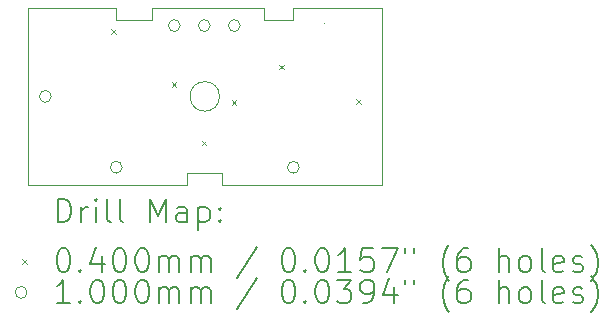
<source format=gbr>
%TF.GenerationSoftware,KiCad,Pcbnew,7.0.9*%
%TF.CreationDate,2024-03-13T02:42:56-05:00*%
%TF.ProjectId,MUX,4d55582e-6b69-4636-9164-5f7063625858,rev?*%
%TF.SameCoordinates,Original*%
%TF.FileFunction,Drillmap*%
%TF.FilePolarity,Positive*%
%FSLAX45Y45*%
G04 Gerber Fmt 4.5, Leading zero omitted, Abs format (unit mm)*
G04 Created by KiCad (PCBNEW 7.0.9) date 2024-03-13 02:42:56*
%MOMM*%
%LPD*%
G01*
G04 APERTURE LIST*
%ADD10C,0.100000*%
%ADD11C,0.200000*%
G04 APERTURE END LIST*
D10*
X16510000Y-8128000D02*
G75*
G03*
X16510000Y-8128000I0J0D01*
G01*
X15625000Y-8750000D02*
G75*
G03*
X15625000Y-8750000I-125000J0D01*
G01*
X14750000Y-8100000D02*
X15050000Y-8100000D01*
X15050000Y-8000000D01*
X16000000Y-8000000D01*
X16000000Y-8100000D01*
X16250000Y-8100000D01*
X16250000Y-8000000D01*
X17000000Y-8000000D01*
X17000000Y-9500000D01*
X15650000Y-9500000D01*
X15650000Y-9400000D01*
X15350000Y-9400000D01*
X15350000Y-9500000D01*
X14000000Y-9500000D01*
X14000000Y-8000000D01*
X14750000Y-8000000D01*
X14750000Y-8100000D01*
D11*
D10*
X14707407Y-8180000D02*
X14747407Y-8220000D01*
X14747407Y-8180000D02*
X14707407Y-8220000D01*
X15220000Y-8630000D02*
X15260000Y-8670000D01*
X15260000Y-8630000D02*
X15220000Y-8670000D01*
X15474000Y-9124000D02*
X15514000Y-9164000D01*
X15514000Y-9124000D02*
X15474000Y-9164000D01*
X15728000Y-8780000D02*
X15768000Y-8820000D01*
X15768000Y-8780000D02*
X15728000Y-8820000D01*
X16130000Y-8480000D02*
X16170000Y-8520000D01*
X16170000Y-8480000D02*
X16130000Y-8520000D01*
X16780000Y-8773564D02*
X16820000Y-8813564D01*
X16820000Y-8773564D02*
X16780000Y-8813564D01*
X14200000Y-8750000D02*
G75*
G03*
X14200000Y-8750000I-50000J0D01*
G01*
X14800000Y-9350000D02*
G75*
G03*
X14800000Y-9350000I-50000J0D01*
G01*
X15292000Y-8150000D02*
G75*
G03*
X15292000Y-8150000I-50000J0D01*
G01*
X15546000Y-8150000D02*
G75*
G03*
X15546000Y-8150000I-50000J0D01*
G01*
X15800000Y-8150000D02*
G75*
G03*
X15800000Y-8150000I-50000J0D01*
G01*
X16300000Y-9350000D02*
G75*
G03*
X16300000Y-9350000I-50000J0D01*
G01*
D11*
X14255777Y-9816484D02*
X14255777Y-9616484D01*
X14255777Y-9616484D02*
X14303396Y-9616484D01*
X14303396Y-9616484D02*
X14331967Y-9626008D01*
X14331967Y-9626008D02*
X14351015Y-9645055D01*
X14351015Y-9645055D02*
X14360539Y-9664103D01*
X14360539Y-9664103D02*
X14370062Y-9702198D01*
X14370062Y-9702198D02*
X14370062Y-9730770D01*
X14370062Y-9730770D02*
X14360539Y-9768865D01*
X14360539Y-9768865D02*
X14351015Y-9787912D01*
X14351015Y-9787912D02*
X14331967Y-9806960D01*
X14331967Y-9806960D02*
X14303396Y-9816484D01*
X14303396Y-9816484D02*
X14255777Y-9816484D01*
X14455777Y-9816484D02*
X14455777Y-9683150D01*
X14455777Y-9721246D02*
X14465301Y-9702198D01*
X14465301Y-9702198D02*
X14474824Y-9692674D01*
X14474824Y-9692674D02*
X14493872Y-9683150D01*
X14493872Y-9683150D02*
X14512920Y-9683150D01*
X14579586Y-9816484D02*
X14579586Y-9683150D01*
X14579586Y-9616484D02*
X14570062Y-9626008D01*
X14570062Y-9626008D02*
X14579586Y-9635531D01*
X14579586Y-9635531D02*
X14589110Y-9626008D01*
X14589110Y-9626008D02*
X14579586Y-9616484D01*
X14579586Y-9616484D02*
X14579586Y-9635531D01*
X14703396Y-9816484D02*
X14684348Y-9806960D01*
X14684348Y-9806960D02*
X14674824Y-9787912D01*
X14674824Y-9787912D02*
X14674824Y-9616484D01*
X14808158Y-9816484D02*
X14789110Y-9806960D01*
X14789110Y-9806960D02*
X14779586Y-9787912D01*
X14779586Y-9787912D02*
X14779586Y-9616484D01*
X15036729Y-9816484D02*
X15036729Y-9616484D01*
X15036729Y-9616484D02*
X15103396Y-9759341D01*
X15103396Y-9759341D02*
X15170062Y-9616484D01*
X15170062Y-9616484D02*
X15170062Y-9816484D01*
X15351015Y-9816484D02*
X15351015Y-9711722D01*
X15351015Y-9711722D02*
X15341491Y-9692674D01*
X15341491Y-9692674D02*
X15322443Y-9683150D01*
X15322443Y-9683150D02*
X15284348Y-9683150D01*
X15284348Y-9683150D02*
X15265301Y-9692674D01*
X15351015Y-9806960D02*
X15331967Y-9816484D01*
X15331967Y-9816484D02*
X15284348Y-9816484D01*
X15284348Y-9816484D02*
X15265301Y-9806960D01*
X15265301Y-9806960D02*
X15255777Y-9787912D01*
X15255777Y-9787912D02*
X15255777Y-9768865D01*
X15255777Y-9768865D02*
X15265301Y-9749817D01*
X15265301Y-9749817D02*
X15284348Y-9740293D01*
X15284348Y-9740293D02*
X15331967Y-9740293D01*
X15331967Y-9740293D02*
X15351015Y-9730770D01*
X15446253Y-9683150D02*
X15446253Y-9883150D01*
X15446253Y-9692674D02*
X15465301Y-9683150D01*
X15465301Y-9683150D02*
X15503396Y-9683150D01*
X15503396Y-9683150D02*
X15522443Y-9692674D01*
X15522443Y-9692674D02*
X15531967Y-9702198D01*
X15531967Y-9702198D02*
X15541491Y-9721246D01*
X15541491Y-9721246D02*
X15541491Y-9778389D01*
X15541491Y-9778389D02*
X15531967Y-9797436D01*
X15531967Y-9797436D02*
X15522443Y-9806960D01*
X15522443Y-9806960D02*
X15503396Y-9816484D01*
X15503396Y-9816484D02*
X15465301Y-9816484D01*
X15465301Y-9816484D02*
X15446253Y-9806960D01*
X15627205Y-9797436D02*
X15636729Y-9806960D01*
X15636729Y-9806960D02*
X15627205Y-9816484D01*
X15627205Y-9816484D02*
X15617682Y-9806960D01*
X15617682Y-9806960D02*
X15627205Y-9797436D01*
X15627205Y-9797436D02*
X15627205Y-9816484D01*
X15627205Y-9692674D02*
X15636729Y-9702198D01*
X15636729Y-9702198D02*
X15627205Y-9711722D01*
X15627205Y-9711722D02*
X15617682Y-9702198D01*
X15617682Y-9702198D02*
X15627205Y-9692674D01*
X15627205Y-9692674D02*
X15627205Y-9711722D01*
D10*
X13955000Y-10125000D02*
X13995000Y-10165000D01*
X13995000Y-10125000D02*
X13955000Y-10165000D01*
D11*
X14293872Y-10036484D02*
X14312920Y-10036484D01*
X14312920Y-10036484D02*
X14331967Y-10046008D01*
X14331967Y-10046008D02*
X14341491Y-10055531D01*
X14341491Y-10055531D02*
X14351015Y-10074579D01*
X14351015Y-10074579D02*
X14360539Y-10112674D01*
X14360539Y-10112674D02*
X14360539Y-10160293D01*
X14360539Y-10160293D02*
X14351015Y-10198389D01*
X14351015Y-10198389D02*
X14341491Y-10217436D01*
X14341491Y-10217436D02*
X14331967Y-10226960D01*
X14331967Y-10226960D02*
X14312920Y-10236484D01*
X14312920Y-10236484D02*
X14293872Y-10236484D01*
X14293872Y-10236484D02*
X14274824Y-10226960D01*
X14274824Y-10226960D02*
X14265301Y-10217436D01*
X14265301Y-10217436D02*
X14255777Y-10198389D01*
X14255777Y-10198389D02*
X14246253Y-10160293D01*
X14246253Y-10160293D02*
X14246253Y-10112674D01*
X14246253Y-10112674D02*
X14255777Y-10074579D01*
X14255777Y-10074579D02*
X14265301Y-10055531D01*
X14265301Y-10055531D02*
X14274824Y-10046008D01*
X14274824Y-10046008D02*
X14293872Y-10036484D01*
X14446253Y-10217436D02*
X14455777Y-10226960D01*
X14455777Y-10226960D02*
X14446253Y-10236484D01*
X14446253Y-10236484D02*
X14436729Y-10226960D01*
X14436729Y-10226960D02*
X14446253Y-10217436D01*
X14446253Y-10217436D02*
X14446253Y-10236484D01*
X14627205Y-10103150D02*
X14627205Y-10236484D01*
X14579586Y-10026960D02*
X14531967Y-10169817D01*
X14531967Y-10169817D02*
X14655777Y-10169817D01*
X14770062Y-10036484D02*
X14789110Y-10036484D01*
X14789110Y-10036484D02*
X14808158Y-10046008D01*
X14808158Y-10046008D02*
X14817682Y-10055531D01*
X14817682Y-10055531D02*
X14827205Y-10074579D01*
X14827205Y-10074579D02*
X14836729Y-10112674D01*
X14836729Y-10112674D02*
X14836729Y-10160293D01*
X14836729Y-10160293D02*
X14827205Y-10198389D01*
X14827205Y-10198389D02*
X14817682Y-10217436D01*
X14817682Y-10217436D02*
X14808158Y-10226960D01*
X14808158Y-10226960D02*
X14789110Y-10236484D01*
X14789110Y-10236484D02*
X14770062Y-10236484D01*
X14770062Y-10236484D02*
X14751015Y-10226960D01*
X14751015Y-10226960D02*
X14741491Y-10217436D01*
X14741491Y-10217436D02*
X14731967Y-10198389D01*
X14731967Y-10198389D02*
X14722443Y-10160293D01*
X14722443Y-10160293D02*
X14722443Y-10112674D01*
X14722443Y-10112674D02*
X14731967Y-10074579D01*
X14731967Y-10074579D02*
X14741491Y-10055531D01*
X14741491Y-10055531D02*
X14751015Y-10046008D01*
X14751015Y-10046008D02*
X14770062Y-10036484D01*
X14960539Y-10036484D02*
X14979586Y-10036484D01*
X14979586Y-10036484D02*
X14998634Y-10046008D01*
X14998634Y-10046008D02*
X15008158Y-10055531D01*
X15008158Y-10055531D02*
X15017682Y-10074579D01*
X15017682Y-10074579D02*
X15027205Y-10112674D01*
X15027205Y-10112674D02*
X15027205Y-10160293D01*
X15027205Y-10160293D02*
X15017682Y-10198389D01*
X15017682Y-10198389D02*
X15008158Y-10217436D01*
X15008158Y-10217436D02*
X14998634Y-10226960D01*
X14998634Y-10226960D02*
X14979586Y-10236484D01*
X14979586Y-10236484D02*
X14960539Y-10236484D01*
X14960539Y-10236484D02*
X14941491Y-10226960D01*
X14941491Y-10226960D02*
X14931967Y-10217436D01*
X14931967Y-10217436D02*
X14922443Y-10198389D01*
X14922443Y-10198389D02*
X14912920Y-10160293D01*
X14912920Y-10160293D02*
X14912920Y-10112674D01*
X14912920Y-10112674D02*
X14922443Y-10074579D01*
X14922443Y-10074579D02*
X14931967Y-10055531D01*
X14931967Y-10055531D02*
X14941491Y-10046008D01*
X14941491Y-10046008D02*
X14960539Y-10036484D01*
X15112920Y-10236484D02*
X15112920Y-10103150D01*
X15112920Y-10122198D02*
X15122443Y-10112674D01*
X15122443Y-10112674D02*
X15141491Y-10103150D01*
X15141491Y-10103150D02*
X15170063Y-10103150D01*
X15170063Y-10103150D02*
X15189110Y-10112674D01*
X15189110Y-10112674D02*
X15198634Y-10131722D01*
X15198634Y-10131722D02*
X15198634Y-10236484D01*
X15198634Y-10131722D02*
X15208158Y-10112674D01*
X15208158Y-10112674D02*
X15227205Y-10103150D01*
X15227205Y-10103150D02*
X15255777Y-10103150D01*
X15255777Y-10103150D02*
X15274824Y-10112674D01*
X15274824Y-10112674D02*
X15284348Y-10131722D01*
X15284348Y-10131722D02*
X15284348Y-10236484D01*
X15379586Y-10236484D02*
X15379586Y-10103150D01*
X15379586Y-10122198D02*
X15389110Y-10112674D01*
X15389110Y-10112674D02*
X15408158Y-10103150D01*
X15408158Y-10103150D02*
X15436729Y-10103150D01*
X15436729Y-10103150D02*
X15455777Y-10112674D01*
X15455777Y-10112674D02*
X15465301Y-10131722D01*
X15465301Y-10131722D02*
X15465301Y-10236484D01*
X15465301Y-10131722D02*
X15474824Y-10112674D01*
X15474824Y-10112674D02*
X15493872Y-10103150D01*
X15493872Y-10103150D02*
X15522443Y-10103150D01*
X15522443Y-10103150D02*
X15541491Y-10112674D01*
X15541491Y-10112674D02*
X15551015Y-10131722D01*
X15551015Y-10131722D02*
X15551015Y-10236484D01*
X15941491Y-10026960D02*
X15770063Y-10284103D01*
X16198634Y-10036484D02*
X16217682Y-10036484D01*
X16217682Y-10036484D02*
X16236729Y-10046008D01*
X16236729Y-10046008D02*
X16246253Y-10055531D01*
X16246253Y-10055531D02*
X16255777Y-10074579D01*
X16255777Y-10074579D02*
X16265301Y-10112674D01*
X16265301Y-10112674D02*
X16265301Y-10160293D01*
X16265301Y-10160293D02*
X16255777Y-10198389D01*
X16255777Y-10198389D02*
X16246253Y-10217436D01*
X16246253Y-10217436D02*
X16236729Y-10226960D01*
X16236729Y-10226960D02*
X16217682Y-10236484D01*
X16217682Y-10236484D02*
X16198634Y-10236484D01*
X16198634Y-10236484D02*
X16179586Y-10226960D01*
X16179586Y-10226960D02*
X16170063Y-10217436D01*
X16170063Y-10217436D02*
X16160539Y-10198389D01*
X16160539Y-10198389D02*
X16151015Y-10160293D01*
X16151015Y-10160293D02*
X16151015Y-10112674D01*
X16151015Y-10112674D02*
X16160539Y-10074579D01*
X16160539Y-10074579D02*
X16170063Y-10055531D01*
X16170063Y-10055531D02*
X16179586Y-10046008D01*
X16179586Y-10046008D02*
X16198634Y-10036484D01*
X16351015Y-10217436D02*
X16360539Y-10226960D01*
X16360539Y-10226960D02*
X16351015Y-10236484D01*
X16351015Y-10236484D02*
X16341491Y-10226960D01*
X16341491Y-10226960D02*
X16351015Y-10217436D01*
X16351015Y-10217436D02*
X16351015Y-10236484D01*
X16484348Y-10036484D02*
X16503396Y-10036484D01*
X16503396Y-10036484D02*
X16522444Y-10046008D01*
X16522444Y-10046008D02*
X16531967Y-10055531D01*
X16531967Y-10055531D02*
X16541491Y-10074579D01*
X16541491Y-10074579D02*
X16551015Y-10112674D01*
X16551015Y-10112674D02*
X16551015Y-10160293D01*
X16551015Y-10160293D02*
X16541491Y-10198389D01*
X16541491Y-10198389D02*
X16531967Y-10217436D01*
X16531967Y-10217436D02*
X16522444Y-10226960D01*
X16522444Y-10226960D02*
X16503396Y-10236484D01*
X16503396Y-10236484D02*
X16484348Y-10236484D01*
X16484348Y-10236484D02*
X16465301Y-10226960D01*
X16465301Y-10226960D02*
X16455777Y-10217436D01*
X16455777Y-10217436D02*
X16446253Y-10198389D01*
X16446253Y-10198389D02*
X16436729Y-10160293D01*
X16436729Y-10160293D02*
X16436729Y-10112674D01*
X16436729Y-10112674D02*
X16446253Y-10074579D01*
X16446253Y-10074579D02*
X16455777Y-10055531D01*
X16455777Y-10055531D02*
X16465301Y-10046008D01*
X16465301Y-10046008D02*
X16484348Y-10036484D01*
X16741491Y-10236484D02*
X16627206Y-10236484D01*
X16684348Y-10236484D02*
X16684348Y-10036484D01*
X16684348Y-10036484D02*
X16665301Y-10065055D01*
X16665301Y-10065055D02*
X16646253Y-10084103D01*
X16646253Y-10084103D02*
X16627206Y-10093627D01*
X16922444Y-10036484D02*
X16827206Y-10036484D01*
X16827206Y-10036484D02*
X16817682Y-10131722D01*
X16817682Y-10131722D02*
X16827206Y-10122198D01*
X16827206Y-10122198D02*
X16846253Y-10112674D01*
X16846253Y-10112674D02*
X16893872Y-10112674D01*
X16893872Y-10112674D02*
X16912920Y-10122198D01*
X16912920Y-10122198D02*
X16922444Y-10131722D01*
X16922444Y-10131722D02*
X16931968Y-10150770D01*
X16931968Y-10150770D02*
X16931968Y-10198389D01*
X16931968Y-10198389D02*
X16922444Y-10217436D01*
X16922444Y-10217436D02*
X16912920Y-10226960D01*
X16912920Y-10226960D02*
X16893872Y-10236484D01*
X16893872Y-10236484D02*
X16846253Y-10236484D01*
X16846253Y-10236484D02*
X16827206Y-10226960D01*
X16827206Y-10226960D02*
X16817682Y-10217436D01*
X16998634Y-10036484D02*
X17131968Y-10036484D01*
X17131968Y-10036484D02*
X17046253Y-10236484D01*
X17198634Y-10036484D02*
X17198634Y-10074579D01*
X17274825Y-10036484D02*
X17274825Y-10074579D01*
X17570063Y-10312674D02*
X17560539Y-10303150D01*
X17560539Y-10303150D02*
X17541491Y-10274579D01*
X17541491Y-10274579D02*
X17531968Y-10255531D01*
X17531968Y-10255531D02*
X17522444Y-10226960D01*
X17522444Y-10226960D02*
X17512920Y-10179341D01*
X17512920Y-10179341D02*
X17512920Y-10141246D01*
X17512920Y-10141246D02*
X17522444Y-10093627D01*
X17522444Y-10093627D02*
X17531968Y-10065055D01*
X17531968Y-10065055D02*
X17541491Y-10046008D01*
X17541491Y-10046008D02*
X17560539Y-10017436D01*
X17560539Y-10017436D02*
X17570063Y-10007912D01*
X17731968Y-10036484D02*
X17693872Y-10036484D01*
X17693872Y-10036484D02*
X17674825Y-10046008D01*
X17674825Y-10046008D02*
X17665301Y-10055531D01*
X17665301Y-10055531D02*
X17646253Y-10084103D01*
X17646253Y-10084103D02*
X17636730Y-10122198D01*
X17636730Y-10122198D02*
X17636730Y-10198389D01*
X17636730Y-10198389D02*
X17646253Y-10217436D01*
X17646253Y-10217436D02*
X17655777Y-10226960D01*
X17655777Y-10226960D02*
X17674825Y-10236484D01*
X17674825Y-10236484D02*
X17712920Y-10236484D01*
X17712920Y-10236484D02*
X17731968Y-10226960D01*
X17731968Y-10226960D02*
X17741491Y-10217436D01*
X17741491Y-10217436D02*
X17751015Y-10198389D01*
X17751015Y-10198389D02*
X17751015Y-10150770D01*
X17751015Y-10150770D02*
X17741491Y-10131722D01*
X17741491Y-10131722D02*
X17731968Y-10122198D01*
X17731968Y-10122198D02*
X17712920Y-10112674D01*
X17712920Y-10112674D02*
X17674825Y-10112674D01*
X17674825Y-10112674D02*
X17655777Y-10122198D01*
X17655777Y-10122198D02*
X17646253Y-10131722D01*
X17646253Y-10131722D02*
X17636730Y-10150770D01*
X17989111Y-10236484D02*
X17989111Y-10036484D01*
X18074825Y-10236484D02*
X18074825Y-10131722D01*
X18074825Y-10131722D02*
X18065301Y-10112674D01*
X18065301Y-10112674D02*
X18046253Y-10103150D01*
X18046253Y-10103150D02*
X18017682Y-10103150D01*
X18017682Y-10103150D02*
X17998634Y-10112674D01*
X17998634Y-10112674D02*
X17989111Y-10122198D01*
X18198634Y-10236484D02*
X18179587Y-10226960D01*
X18179587Y-10226960D02*
X18170063Y-10217436D01*
X18170063Y-10217436D02*
X18160539Y-10198389D01*
X18160539Y-10198389D02*
X18160539Y-10141246D01*
X18160539Y-10141246D02*
X18170063Y-10122198D01*
X18170063Y-10122198D02*
X18179587Y-10112674D01*
X18179587Y-10112674D02*
X18198634Y-10103150D01*
X18198634Y-10103150D02*
X18227206Y-10103150D01*
X18227206Y-10103150D02*
X18246253Y-10112674D01*
X18246253Y-10112674D02*
X18255777Y-10122198D01*
X18255777Y-10122198D02*
X18265301Y-10141246D01*
X18265301Y-10141246D02*
X18265301Y-10198389D01*
X18265301Y-10198389D02*
X18255777Y-10217436D01*
X18255777Y-10217436D02*
X18246253Y-10226960D01*
X18246253Y-10226960D02*
X18227206Y-10236484D01*
X18227206Y-10236484D02*
X18198634Y-10236484D01*
X18379587Y-10236484D02*
X18360539Y-10226960D01*
X18360539Y-10226960D02*
X18351015Y-10207912D01*
X18351015Y-10207912D02*
X18351015Y-10036484D01*
X18531968Y-10226960D02*
X18512920Y-10236484D01*
X18512920Y-10236484D02*
X18474825Y-10236484D01*
X18474825Y-10236484D02*
X18455777Y-10226960D01*
X18455777Y-10226960D02*
X18446253Y-10207912D01*
X18446253Y-10207912D02*
X18446253Y-10131722D01*
X18446253Y-10131722D02*
X18455777Y-10112674D01*
X18455777Y-10112674D02*
X18474825Y-10103150D01*
X18474825Y-10103150D02*
X18512920Y-10103150D01*
X18512920Y-10103150D02*
X18531968Y-10112674D01*
X18531968Y-10112674D02*
X18541492Y-10131722D01*
X18541492Y-10131722D02*
X18541492Y-10150770D01*
X18541492Y-10150770D02*
X18446253Y-10169817D01*
X18617682Y-10226960D02*
X18636730Y-10236484D01*
X18636730Y-10236484D02*
X18674825Y-10236484D01*
X18674825Y-10236484D02*
X18693873Y-10226960D01*
X18693873Y-10226960D02*
X18703396Y-10207912D01*
X18703396Y-10207912D02*
X18703396Y-10198389D01*
X18703396Y-10198389D02*
X18693873Y-10179341D01*
X18693873Y-10179341D02*
X18674825Y-10169817D01*
X18674825Y-10169817D02*
X18646253Y-10169817D01*
X18646253Y-10169817D02*
X18627206Y-10160293D01*
X18627206Y-10160293D02*
X18617682Y-10141246D01*
X18617682Y-10141246D02*
X18617682Y-10131722D01*
X18617682Y-10131722D02*
X18627206Y-10112674D01*
X18627206Y-10112674D02*
X18646253Y-10103150D01*
X18646253Y-10103150D02*
X18674825Y-10103150D01*
X18674825Y-10103150D02*
X18693873Y-10112674D01*
X18770063Y-10312674D02*
X18779587Y-10303150D01*
X18779587Y-10303150D02*
X18798634Y-10274579D01*
X18798634Y-10274579D02*
X18808158Y-10255531D01*
X18808158Y-10255531D02*
X18817682Y-10226960D01*
X18817682Y-10226960D02*
X18827206Y-10179341D01*
X18827206Y-10179341D02*
X18827206Y-10141246D01*
X18827206Y-10141246D02*
X18817682Y-10093627D01*
X18817682Y-10093627D02*
X18808158Y-10065055D01*
X18808158Y-10065055D02*
X18798634Y-10046008D01*
X18798634Y-10046008D02*
X18779587Y-10017436D01*
X18779587Y-10017436D02*
X18770063Y-10007912D01*
D10*
X13995000Y-10409000D02*
G75*
G03*
X13995000Y-10409000I-50000J0D01*
G01*
D11*
X14360539Y-10500484D02*
X14246253Y-10500484D01*
X14303396Y-10500484D02*
X14303396Y-10300484D01*
X14303396Y-10300484D02*
X14284348Y-10329055D01*
X14284348Y-10329055D02*
X14265301Y-10348103D01*
X14265301Y-10348103D02*
X14246253Y-10357627D01*
X14446253Y-10481436D02*
X14455777Y-10490960D01*
X14455777Y-10490960D02*
X14446253Y-10500484D01*
X14446253Y-10500484D02*
X14436729Y-10490960D01*
X14436729Y-10490960D02*
X14446253Y-10481436D01*
X14446253Y-10481436D02*
X14446253Y-10500484D01*
X14579586Y-10300484D02*
X14598634Y-10300484D01*
X14598634Y-10300484D02*
X14617682Y-10310008D01*
X14617682Y-10310008D02*
X14627205Y-10319531D01*
X14627205Y-10319531D02*
X14636729Y-10338579D01*
X14636729Y-10338579D02*
X14646253Y-10376674D01*
X14646253Y-10376674D02*
X14646253Y-10424293D01*
X14646253Y-10424293D02*
X14636729Y-10462389D01*
X14636729Y-10462389D02*
X14627205Y-10481436D01*
X14627205Y-10481436D02*
X14617682Y-10490960D01*
X14617682Y-10490960D02*
X14598634Y-10500484D01*
X14598634Y-10500484D02*
X14579586Y-10500484D01*
X14579586Y-10500484D02*
X14560539Y-10490960D01*
X14560539Y-10490960D02*
X14551015Y-10481436D01*
X14551015Y-10481436D02*
X14541491Y-10462389D01*
X14541491Y-10462389D02*
X14531967Y-10424293D01*
X14531967Y-10424293D02*
X14531967Y-10376674D01*
X14531967Y-10376674D02*
X14541491Y-10338579D01*
X14541491Y-10338579D02*
X14551015Y-10319531D01*
X14551015Y-10319531D02*
X14560539Y-10310008D01*
X14560539Y-10310008D02*
X14579586Y-10300484D01*
X14770062Y-10300484D02*
X14789110Y-10300484D01*
X14789110Y-10300484D02*
X14808158Y-10310008D01*
X14808158Y-10310008D02*
X14817682Y-10319531D01*
X14817682Y-10319531D02*
X14827205Y-10338579D01*
X14827205Y-10338579D02*
X14836729Y-10376674D01*
X14836729Y-10376674D02*
X14836729Y-10424293D01*
X14836729Y-10424293D02*
X14827205Y-10462389D01*
X14827205Y-10462389D02*
X14817682Y-10481436D01*
X14817682Y-10481436D02*
X14808158Y-10490960D01*
X14808158Y-10490960D02*
X14789110Y-10500484D01*
X14789110Y-10500484D02*
X14770062Y-10500484D01*
X14770062Y-10500484D02*
X14751015Y-10490960D01*
X14751015Y-10490960D02*
X14741491Y-10481436D01*
X14741491Y-10481436D02*
X14731967Y-10462389D01*
X14731967Y-10462389D02*
X14722443Y-10424293D01*
X14722443Y-10424293D02*
X14722443Y-10376674D01*
X14722443Y-10376674D02*
X14731967Y-10338579D01*
X14731967Y-10338579D02*
X14741491Y-10319531D01*
X14741491Y-10319531D02*
X14751015Y-10310008D01*
X14751015Y-10310008D02*
X14770062Y-10300484D01*
X14960539Y-10300484D02*
X14979586Y-10300484D01*
X14979586Y-10300484D02*
X14998634Y-10310008D01*
X14998634Y-10310008D02*
X15008158Y-10319531D01*
X15008158Y-10319531D02*
X15017682Y-10338579D01*
X15017682Y-10338579D02*
X15027205Y-10376674D01*
X15027205Y-10376674D02*
X15027205Y-10424293D01*
X15027205Y-10424293D02*
X15017682Y-10462389D01*
X15017682Y-10462389D02*
X15008158Y-10481436D01*
X15008158Y-10481436D02*
X14998634Y-10490960D01*
X14998634Y-10490960D02*
X14979586Y-10500484D01*
X14979586Y-10500484D02*
X14960539Y-10500484D01*
X14960539Y-10500484D02*
X14941491Y-10490960D01*
X14941491Y-10490960D02*
X14931967Y-10481436D01*
X14931967Y-10481436D02*
X14922443Y-10462389D01*
X14922443Y-10462389D02*
X14912920Y-10424293D01*
X14912920Y-10424293D02*
X14912920Y-10376674D01*
X14912920Y-10376674D02*
X14922443Y-10338579D01*
X14922443Y-10338579D02*
X14931967Y-10319531D01*
X14931967Y-10319531D02*
X14941491Y-10310008D01*
X14941491Y-10310008D02*
X14960539Y-10300484D01*
X15112920Y-10500484D02*
X15112920Y-10367150D01*
X15112920Y-10386198D02*
X15122443Y-10376674D01*
X15122443Y-10376674D02*
X15141491Y-10367150D01*
X15141491Y-10367150D02*
X15170063Y-10367150D01*
X15170063Y-10367150D02*
X15189110Y-10376674D01*
X15189110Y-10376674D02*
X15198634Y-10395722D01*
X15198634Y-10395722D02*
X15198634Y-10500484D01*
X15198634Y-10395722D02*
X15208158Y-10376674D01*
X15208158Y-10376674D02*
X15227205Y-10367150D01*
X15227205Y-10367150D02*
X15255777Y-10367150D01*
X15255777Y-10367150D02*
X15274824Y-10376674D01*
X15274824Y-10376674D02*
X15284348Y-10395722D01*
X15284348Y-10395722D02*
X15284348Y-10500484D01*
X15379586Y-10500484D02*
X15379586Y-10367150D01*
X15379586Y-10386198D02*
X15389110Y-10376674D01*
X15389110Y-10376674D02*
X15408158Y-10367150D01*
X15408158Y-10367150D02*
X15436729Y-10367150D01*
X15436729Y-10367150D02*
X15455777Y-10376674D01*
X15455777Y-10376674D02*
X15465301Y-10395722D01*
X15465301Y-10395722D02*
X15465301Y-10500484D01*
X15465301Y-10395722D02*
X15474824Y-10376674D01*
X15474824Y-10376674D02*
X15493872Y-10367150D01*
X15493872Y-10367150D02*
X15522443Y-10367150D01*
X15522443Y-10367150D02*
X15541491Y-10376674D01*
X15541491Y-10376674D02*
X15551015Y-10395722D01*
X15551015Y-10395722D02*
X15551015Y-10500484D01*
X15941491Y-10290960D02*
X15770063Y-10548103D01*
X16198634Y-10300484D02*
X16217682Y-10300484D01*
X16217682Y-10300484D02*
X16236729Y-10310008D01*
X16236729Y-10310008D02*
X16246253Y-10319531D01*
X16246253Y-10319531D02*
X16255777Y-10338579D01*
X16255777Y-10338579D02*
X16265301Y-10376674D01*
X16265301Y-10376674D02*
X16265301Y-10424293D01*
X16265301Y-10424293D02*
X16255777Y-10462389D01*
X16255777Y-10462389D02*
X16246253Y-10481436D01*
X16246253Y-10481436D02*
X16236729Y-10490960D01*
X16236729Y-10490960D02*
X16217682Y-10500484D01*
X16217682Y-10500484D02*
X16198634Y-10500484D01*
X16198634Y-10500484D02*
X16179586Y-10490960D01*
X16179586Y-10490960D02*
X16170063Y-10481436D01*
X16170063Y-10481436D02*
X16160539Y-10462389D01*
X16160539Y-10462389D02*
X16151015Y-10424293D01*
X16151015Y-10424293D02*
X16151015Y-10376674D01*
X16151015Y-10376674D02*
X16160539Y-10338579D01*
X16160539Y-10338579D02*
X16170063Y-10319531D01*
X16170063Y-10319531D02*
X16179586Y-10310008D01*
X16179586Y-10310008D02*
X16198634Y-10300484D01*
X16351015Y-10481436D02*
X16360539Y-10490960D01*
X16360539Y-10490960D02*
X16351015Y-10500484D01*
X16351015Y-10500484D02*
X16341491Y-10490960D01*
X16341491Y-10490960D02*
X16351015Y-10481436D01*
X16351015Y-10481436D02*
X16351015Y-10500484D01*
X16484348Y-10300484D02*
X16503396Y-10300484D01*
X16503396Y-10300484D02*
X16522444Y-10310008D01*
X16522444Y-10310008D02*
X16531967Y-10319531D01*
X16531967Y-10319531D02*
X16541491Y-10338579D01*
X16541491Y-10338579D02*
X16551015Y-10376674D01*
X16551015Y-10376674D02*
X16551015Y-10424293D01*
X16551015Y-10424293D02*
X16541491Y-10462389D01*
X16541491Y-10462389D02*
X16531967Y-10481436D01*
X16531967Y-10481436D02*
X16522444Y-10490960D01*
X16522444Y-10490960D02*
X16503396Y-10500484D01*
X16503396Y-10500484D02*
X16484348Y-10500484D01*
X16484348Y-10500484D02*
X16465301Y-10490960D01*
X16465301Y-10490960D02*
X16455777Y-10481436D01*
X16455777Y-10481436D02*
X16446253Y-10462389D01*
X16446253Y-10462389D02*
X16436729Y-10424293D01*
X16436729Y-10424293D02*
X16436729Y-10376674D01*
X16436729Y-10376674D02*
X16446253Y-10338579D01*
X16446253Y-10338579D02*
X16455777Y-10319531D01*
X16455777Y-10319531D02*
X16465301Y-10310008D01*
X16465301Y-10310008D02*
X16484348Y-10300484D01*
X16617682Y-10300484D02*
X16741491Y-10300484D01*
X16741491Y-10300484D02*
X16674825Y-10376674D01*
X16674825Y-10376674D02*
X16703396Y-10376674D01*
X16703396Y-10376674D02*
X16722444Y-10386198D01*
X16722444Y-10386198D02*
X16731967Y-10395722D01*
X16731967Y-10395722D02*
X16741491Y-10414770D01*
X16741491Y-10414770D02*
X16741491Y-10462389D01*
X16741491Y-10462389D02*
X16731967Y-10481436D01*
X16731967Y-10481436D02*
X16722444Y-10490960D01*
X16722444Y-10490960D02*
X16703396Y-10500484D01*
X16703396Y-10500484D02*
X16646253Y-10500484D01*
X16646253Y-10500484D02*
X16627206Y-10490960D01*
X16627206Y-10490960D02*
X16617682Y-10481436D01*
X16836729Y-10500484D02*
X16874825Y-10500484D01*
X16874825Y-10500484D02*
X16893872Y-10490960D01*
X16893872Y-10490960D02*
X16903396Y-10481436D01*
X16903396Y-10481436D02*
X16922444Y-10452865D01*
X16922444Y-10452865D02*
X16931968Y-10414770D01*
X16931968Y-10414770D02*
X16931968Y-10338579D01*
X16931968Y-10338579D02*
X16922444Y-10319531D01*
X16922444Y-10319531D02*
X16912920Y-10310008D01*
X16912920Y-10310008D02*
X16893872Y-10300484D01*
X16893872Y-10300484D02*
X16855777Y-10300484D01*
X16855777Y-10300484D02*
X16836729Y-10310008D01*
X16836729Y-10310008D02*
X16827206Y-10319531D01*
X16827206Y-10319531D02*
X16817682Y-10338579D01*
X16817682Y-10338579D02*
X16817682Y-10386198D01*
X16817682Y-10386198D02*
X16827206Y-10405246D01*
X16827206Y-10405246D02*
X16836729Y-10414770D01*
X16836729Y-10414770D02*
X16855777Y-10424293D01*
X16855777Y-10424293D02*
X16893872Y-10424293D01*
X16893872Y-10424293D02*
X16912920Y-10414770D01*
X16912920Y-10414770D02*
X16922444Y-10405246D01*
X16922444Y-10405246D02*
X16931968Y-10386198D01*
X17103396Y-10367150D02*
X17103396Y-10500484D01*
X17055777Y-10290960D02*
X17008158Y-10433817D01*
X17008158Y-10433817D02*
X17131968Y-10433817D01*
X17198634Y-10300484D02*
X17198634Y-10338579D01*
X17274825Y-10300484D02*
X17274825Y-10338579D01*
X17570063Y-10576674D02*
X17560539Y-10567150D01*
X17560539Y-10567150D02*
X17541491Y-10538579D01*
X17541491Y-10538579D02*
X17531968Y-10519531D01*
X17531968Y-10519531D02*
X17522444Y-10490960D01*
X17522444Y-10490960D02*
X17512920Y-10443341D01*
X17512920Y-10443341D02*
X17512920Y-10405246D01*
X17512920Y-10405246D02*
X17522444Y-10357627D01*
X17522444Y-10357627D02*
X17531968Y-10329055D01*
X17531968Y-10329055D02*
X17541491Y-10310008D01*
X17541491Y-10310008D02*
X17560539Y-10281436D01*
X17560539Y-10281436D02*
X17570063Y-10271912D01*
X17731968Y-10300484D02*
X17693872Y-10300484D01*
X17693872Y-10300484D02*
X17674825Y-10310008D01*
X17674825Y-10310008D02*
X17665301Y-10319531D01*
X17665301Y-10319531D02*
X17646253Y-10348103D01*
X17646253Y-10348103D02*
X17636730Y-10386198D01*
X17636730Y-10386198D02*
X17636730Y-10462389D01*
X17636730Y-10462389D02*
X17646253Y-10481436D01*
X17646253Y-10481436D02*
X17655777Y-10490960D01*
X17655777Y-10490960D02*
X17674825Y-10500484D01*
X17674825Y-10500484D02*
X17712920Y-10500484D01*
X17712920Y-10500484D02*
X17731968Y-10490960D01*
X17731968Y-10490960D02*
X17741491Y-10481436D01*
X17741491Y-10481436D02*
X17751015Y-10462389D01*
X17751015Y-10462389D02*
X17751015Y-10414770D01*
X17751015Y-10414770D02*
X17741491Y-10395722D01*
X17741491Y-10395722D02*
X17731968Y-10386198D01*
X17731968Y-10386198D02*
X17712920Y-10376674D01*
X17712920Y-10376674D02*
X17674825Y-10376674D01*
X17674825Y-10376674D02*
X17655777Y-10386198D01*
X17655777Y-10386198D02*
X17646253Y-10395722D01*
X17646253Y-10395722D02*
X17636730Y-10414770D01*
X17989111Y-10500484D02*
X17989111Y-10300484D01*
X18074825Y-10500484D02*
X18074825Y-10395722D01*
X18074825Y-10395722D02*
X18065301Y-10376674D01*
X18065301Y-10376674D02*
X18046253Y-10367150D01*
X18046253Y-10367150D02*
X18017682Y-10367150D01*
X18017682Y-10367150D02*
X17998634Y-10376674D01*
X17998634Y-10376674D02*
X17989111Y-10386198D01*
X18198634Y-10500484D02*
X18179587Y-10490960D01*
X18179587Y-10490960D02*
X18170063Y-10481436D01*
X18170063Y-10481436D02*
X18160539Y-10462389D01*
X18160539Y-10462389D02*
X18160539Y-10405246D01*
X18160539Y-10405246D02*
X18170063Y-10386198D01*
X18170063Y-10386198D02*
X18179587Y-10376674D01*
X18179587Y-10376674D02*
X18198634Y-10367150D01*
X18198634Y-10367150D02*
X18227206Y-10367150D01*
X18227206Y-10367150D02*
X18246253Y-10376674D01*
X18246253Y-10376674D02*
X18255777Y-10386198D01*
X18255777Y-10386198D02*
X18265301Y-10405246D01*
X18265301Y-10405246D02*
X18265301Y-10462389D01*
X18265301Y-10462389D02*
X18255777Y-10481436D01*
X18255777Y-10481436D02*
X18246253Y-10490960D01*
X18246253Y-10490960D02*
X18227206Y-10500484D01*
X18227206Y-10500484D02*
X18198634Y-10500484D01*
X18379587Y-10500484D02*
X18360539Y-10490960D01*
X18360539Y-10490960D02*
X18351015Y-10471912D01*
X18351015Y-10471912D02*
X18351015Y-10300484D01*
X18531968Y-10490960D02*
X18512920Y-10500484D01*
X18512920Y-10500484D02*
X18474825Y-10500484D01*
X18474825Y-10500484D02*
X18455777Y-10490960D01*
X18455777Y-10490960D02*
X18446253Y-10471912D01*
X18446253Y-10471912D02*
X18446253Y-10395722D01*
X18446253Y-10395722D02*
X18455777Y-10376674D01*
X18455777Y-10376674D02*
X18474825Y-10367150D01*
X18474825Y-10367150D02*
X18512920Y-10367150D01*
X18512920Y-10367150D02*
X18531968Y-10376674D01*
X18531968Y-10376674D02*
X18541492Y-10395722D01*
X18541492Y-10395722D02*
X18541492Y-10414770D01*
X18541492Y-10414770D02*
X18446253Y-10433817D01*
X18617682Y-10490960D02*
X18636730Y-10500484D01*
X18636730Y-10500484D02*
X18674825Y-10500484D01*
X18674825Y-10500484D02*
X18693873Y-10490960D01*
X18693873Y-10490960D02*
X18703396Y-10471912D01*
X18703396Y-10471912D02*
X18703396Y-10462389D01*
X18703396Y-10462389D02*
X18693873Y-10443341D01*
X18693873Y-10443341D02*
X18674825Y-10433817D01*
X18674825Y-10433817D02*
X18646253Y-10433817D01*
X18646253Y-10433817D02*
X18627206Y-10424293D01*
X18627206Y-10424293D02*
X18617682Y-10405246D01*
X18617682Y-10405246D02*
X18617682Y-10395722D01*
X18617682Y-10395722D02*
X18627206Y-10376674D01*
X18627206Y-10376674D02*
X18646253Y-10367150D01*
X18646253Y-10367150D02*
X18674825Y-10367150D01*
X18674825Y-10367150D02*
X18693873Y-10376674D01*
X18770063Y-10576674D02*
X18779587Y-10567150D01*
X18779587Y-10567150D02*
X18798634Y-10538579D01*
X18798634Y-10538579D02*
X18808158Y-10519531D01*
X18808158Y-10519531D02*
X18817682Y-10490960D01*
X18817682Y-10490960D02*
X18827206Y-10443341D01*
X18827206Y-10443341D02*
X18827206Y-10405246D01*
X18827206Y-10405246D02*
X18817682Y-10357627D01*
X18817682Y-10357627D02*
X18808158Y-10329055D01*
X18808158Y-10329055D02*
X18798634Y-10310008D01*
X18798634Y-10310008D02*
X18779587Y-10281436D01*
X18779587Y-10281436D02*
X18770063Y-10271912D01*
M02*

</source>
